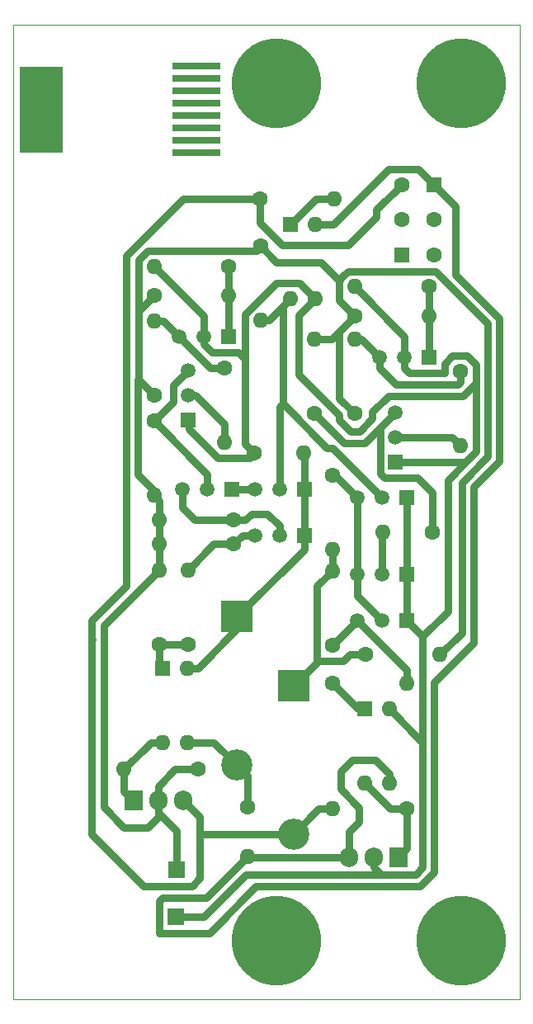
<source format=gbr>
%TF.GenerationSoftware,KiCad,Pcbnew,7.0.10-7.0.10~ubuntu22.04.1*%
%TF.CreationDate,2024-04-30T01:07:58+03:00*%
%TF.ProjectId,auto_cutoff_battery,6175746f-5f63-4757-946f-66665f626174,rev?*%
%TF.SameCoordinates,Original*%
%TF.FileFunction,Copper,L1,Top*%
%TF.FilePolarity,Positive*%
%FSLAX46Y46*%
G04 Gerber Fmt 4.6, Leading zero omitted, Abs format (unit mm)*
G04 Created by KiCad (PCBNEW 7.0.10-7.0.10~ubuntu22.04.1) date 2024-04-30 01:07:58*
%MOMM*%
%LPD*%
G01*
G04 APERTURE LIST*
G04 Aperture macros list*
%AMRoundRect*0 ,Rectangle with rounded corners *0 ,$1 Rounding radius *0 ,$2 $3 $4 $5 $6 $7 $8 $9 X,Y pos of 4 corners *0 ,Add a 4 corners polygon primitive as box body *4,1,4,0.55,0.55,-0.55,0.55,
-0.55,-0.55,
0.55,-0.55,
0.55,0.55,0.0*0 ,Add four circle primitives for the rounded corners *1,1,0.5,0.55,0.55*1,1,0.5,-0.55,0.55*1,1,0.5,-0.55,-0.55*1,1,0.5,0.55,-0.55*0 ,Add four rect primitives between the rounded corners *20,1,0.5,0.55,0.55,-0.55,0.55,0.0*20,1,0.5,-0.55,0.55,-0.55,-0.55,0.0*20,1,0.5,-0.55,-0.55,0.55,-0.55,0.0*20,1,0.5,0.55,-0.55,0.55,0.55,0.0*%
G04 Aperture macros list end*
%TA.AperFunction,ComponentPad*%
%ADD10R,1.5X1.5*%
%TD*%
%TA.AperFunction,ComponentPad*%
%ADD11C,1.5*%
%TD*%
%TA.AperFunction,ComponentPad*%
%ADD12O,3.2X3.2*%
%TD*%
%TA.AperFunction,ComponentPad*%
%ADD13R,3.2X3.2*%
%TD*%
%TA.AperFunction,ComponentPad*%
%ADD14O,1.6X1.6*%
%TD*%
%TA.AperFunction,ComponentPad*%
%ADD15C,1.6*%
%TD*%
%TA.AperFunction,ComponentPad*%
%ADD16R,1.7X1.7*%
%TD*%
%TA.AperFunction,ComponentPad*%
%ADD17C,9.2*%
%TD*%
%TA.AperFunction,ComponentPad*%
%ADD18O,1.905X2*%
%TD*%
%TA.AperFunction,ComponentPad*%
%ADD19R,1.905X2*%
%TD*%
%TA.AperFunction,ComponentPad*%
%ADD20R,1.6X1.6*%
%TD*%
%TA.AperFunction,ComponentPad*%
%ADD21RoundRect,-0.55X0.25*%
%TD*%
%TA.AperFunction,ComponentPad*%
%ADD22RoundRect,0.55X0.25*%
%TD*%
%TA.AperFunction,SMDPad,CuDef*%
%ADD23R,5X0.76*%
%TD*%
%TA.AperFunction,SMDPad,CuDef*%
%ADD24R,4.5X8.8*%
%TD*%
%TA.AperFunction,Conductor*%
%ADD25C,0.8*%
%TD*%
%TA.AperFunction,Profile*%
%ADD26C,0.1*%
%TD*%
G04 APERTURE END LIST*
D10*
X41223600Y57105600D03*
D11*
X41223600Y59645600D03*
X41223600Y62185600D03*
D12*
X24951300Y26001550D03*
D13*
X24951300Y41241550D03*
D14*
X17004600Y48682000D03*
D15*
X24624600Y48682000D03*
D14*
X32933200Y69704000D03*
D15*
X32933200Y62084000D03*
D10*
X44698000Y67818800D03*
D11*
X42158000Y67818800D03*
X39618000Y67818800D03*
D15*
X47878400Y66452800D03*
D14*
X47878400Y58832800D03*
D15*
X16459800Y74197200D03*
D14*
X24079800Y74197200D03*
D10*
X24139800Y69952200D03*
D11*
X21599800Y69952200D03*
X19059800Y69952200D03*
D15*
X16464800Y61322200D03*
D14*
X16464800Y53702200D03*
D16*
X18679300Y10443750D03*
D15*
X44668000Y75098800D03*
D14*
X37048000Y75098800D03*
D17*
X29000000Y8000000D03*
D15*
X34772000Y55734000D03*
D14*
X34772000Y48114000D03*
X13370100Y25569750D03*
D15*
X20990100Y25569750D03*
D17*
X48000000Y8000000D03*
D15*
X23674800Y66782200D03*
D14*
X23674800Y59162200D03*
D15*
X34762800Y34429200D03*
D14*
X42382800Y34429200D03*
D18*
X19405100Y22394750D03*
X16865100Y22394750D03*
D19*
X14325100Y22394750D03*
D14*
X26005100Y16604750D03*
D15*
X26005100Y21684750D03*
D10*
X19964800Y61407200D03*
D11*
X19964800Y63947200D03*
X19964800Y66487200D03*
D15*
X24649800Y51139800D03*
D14*
X17029800Y51139800D03*
D15*
X37066000Y62066300D03*
D14*
X37066000Y69686300D03*
X30458800Y73881200D03*
X32998800Y73881200D03*
X32998800Y81501200D03*
D20*
X30458800Y81501200D03*
D11*
X19371400Y54308400D03*
X21911400Y54308400D03*
D10*
X24451400Y54308400D03*
D11*
X26796400Y54308400D03*
X29336400Y54308400D03*
D10*
X31876400Y54308400D03*
D19*
X41527800Y16564200D03*
D18*
X38987800Y16564200D03*
X36447800Y16564200D03*
D10*
X42362800Y40849200D03*
D11*
X39822800Y40849200D03*
X37282800Y40849200D03*
D17*
X48000000Y96000000D03*
X29000000Y96000000D03*
D20*
X38032800Y31779200D03*
D14*
X40572800Y31779200D03*
X40572800Y24159200D03*
X38032800Y24159200D03*
D15*
X44982800Y49899200D03*
D14*
X39902800Y49899200D03*
D11*
X26771400Y49558400D03*
X29311400Y49558400D03*
D10*
X31851400Y49558400D03*
D15*
X16449800Y63977200D03*
D14*
X16449800Y71597200D03*
X34924400Y84131200D03*
D15*
X27304400Y84131200D03*
D10*
X42417800Y53424200D03*
D11*
X39877800Y53424200D03*
X37337800Y53424200D03*
D15*
X45186000Y78390800D03*
X45186000Y81990800D03*
D21*
X45186000Y85590800D03*
D15*
X37058000Y72073800D03*
D14*
X44678000Y72073800D03*
X17345100Y28359750D03*
X19885100Y28359750D03*
X19885100Y35979750D03*
D20*
X17345100Y35979750D03*
D13*
X30790800Y34188200D03*
D12*
X30790800Y18948200D03*
D14*
X31825600Y58020000D03*
D15*
X26745600Y58020000D03*
X34746200Y38349000D03*
D14*
X34746200Y45969000D03*
D15*
X42407800Y21504200D03*
D14*
X34787800Y21504200D03*
D15*
X41884000Y85590800D03*
X41884000Y81990800D03*
D22*
X41884000Y78390800D03*
D14*
X19972900Y46040550D03*
D15*
X19972900Y38420550D03*
D14*
X27406000Y71634400D03*
D15*
X27406000Y79254400D03*
D10*
X42362800Y45599200D03*
D11*
X39822800Y45599200D03*
X37282800Y45599200D03*
D15*
X38156800Y37363200D03*
D14*
X45776800Y37363200D03*
D15*
X24084800Y77197200D03*
D14*
X16464800Y77197200D03*
D16*
X18730100Y15269750D03*
D14*
X16972900Y46040550D03*
D15*
X16972900Y38420550D03*
D23*
X20818800Y88830200D03*
X20818800Y90100200D03*
X20818800Y91370200D03*
X20818800Y92640200D03*
X20818800Y93910200D03*
X20818800Y95180200D03*
X20818800Y96450200D03*
X20818800Y97720200D03*
D24*
X4888800Y93275200D03*
D25*
X19439000Y84131200D02*
X14602060Y79294260D01*
X27304400Y84131200D02*
X19439000Y84131200D01*
X13609800Y78302000D02*
X15305000Y79997200D01*
X13609800Y56851600D02*
X13609800Y78302000D01*
X10066900Y40831610D02*
X13609800Y44374510D01*
X13609800Y44374510D02*
X13609800Y56851600D01*
X10066900Y38881000D02*
X10066900Y40831610D01*
X45186000Y85590800D02*
X47389000Y83387800D01*
X26005100Y16604750D02*
X21820100Y12419750D01*
X21820100Y12419750D02*
X17355300Y12419750D01*
X17355300Y12419750D02*
X17029300Y12093750D01*
X51878400Y57175950D02*
X51878400Y71848200D01*
X17029300Y12093750D02*
X17029300Y8793750D01*
X17029300Y8793750D02*
X22157000Y8793750D01*
X22157000Y8793750D02*
X26927450Y13564200D01*
X26927450Y13564200D02*
X43777360Y13564200D01*
X43777360Y13564200D02*
X45207800Y14994640D01*
X49229500Y38553160D02*
X49229500Y54527050D01*
X45207800Y14994640D02*
X45207800Y34531460D01*
X49229500Y54527050D02*
X51878400Y57175950D01*
X45207800Y34531460D02*
X49229500Y38553160D01*
X51878400Y71848200D02*
X47389000Y76337600D01*
X47389000Y76337600D02*
X47389000Y83387800D01*
X21911400Y54308400D02*
X21911400Y55875600D01*
X21911400Y55875600D02*
X16464800Y61322200D01*
X14863500Y72600900D02*
X14863500Y77858640D01*
X14863500Y77858640D02*
X15802060Y78797200D01*
X15802060Y78797200D02*
X26948800Y78797200D01*
X26948800Y78797200D02*
X27406000Y79254400D01*
X25806000Y58959600D02*
X25806000Y67672000D01*
X25080800Y68397200D02*
X25806000Y67672000D01*
X25806000Y67672000D02*
X25806000Y72297140D01*
X21599800Y69952200D02*
X21599800Y69202200D01*
X21599800Y69202200D02*
X22404800Y68397200D01*
X22404800Y68397200D02*
X25080800Y68397200D01*
X20049800Y61792200D02*
X20049800Y60531570D01*
X20049800Y60531570D02*
X23034170Y57547200D01*
X23034170Y57547200D02*
X26272800Y57547200D01*
X26272800Y57547200D02*
X26745600Y58020000D01*
X17029800Y51139800D02*
X17029800Y53137200D01*
X17029800Y53137200D02*
X16464800Y53702200D01*
X26745600Y58020000D02*
X25806000Y58959600D01*
X25806000Y72297140D02*
X29005060Y75496200D01*
X29005060Y75496200D02*
X31383800Y75496200D01*
X29336400Y54308400D02*
X29336400Y62773260D01*
X29336400Y62773260D02*
X29658800Y63095660D01*
X31876400Y54308400D02*
X31876400Y57969200D01*
X31876400Y57969200D02*
X31825600Y58020000D01*
X24624600Y48682000D02*
X22614350Y48682000D01*
X22614350Y48682000D02*
X19972900Y46040550D01*
X31851400Y49558400D02*
X31851400Y48141650D01*
X31851400Y48141650D02*
X24951300Y41241550D01*
X21157600Y18940350D02*
X21157600Y14397250D01*
X21157600Y14397250D02*
X20380100Y13619750D01*
X10066900Y18889550D02*
X10066900Y38881000D01*
X20380100Y13619750D02*
X15336700Y13619750D01*
X15336700Y13619750D02*
X10066900Y18889550D01*
X10066900Y38881000D02*
X10105100Y38919200D01*
X11305100Y24306150D02*
X11305100Y40372750D01*
X11305100Y40372750D02*
X16972900Y46040550D01*
X16972900Y46040550D02*
X16972900Y48650300D01*
X16972900Y48650300D02*
X17004600Y48682000D01*
X17004600Y48682000D02*
X17004600Y51114600D01*
X17004600Y51114600D02*
X17029800Y51139800D01*
X21157600Y10443750D02*
X18679300Y10443750D01*
X35406600Y14764200D02*
X25861610Y14764200D01*
X25861610Y14764200D02*
X21541160Y10443750D01*
X21541160Y10443750D02*
X21157600Y10443750D01*
X33860600Y16564200D02*
X33844600Y16548200D01*
X33844600Y16548200D02*
X26061650Y16548200D01*
X26061650Y16548200D02*
X26005100Y16604750D01*
X21157600Y18940350D02*
X28712350Y18940350D01*
X28712350Y18940350D02*
X28720200Y18948200D01*
X28720200Y18948200D02*
X30790800Y18948200D01*
X35406600Y14764200D02*
X35381600Y14789200D01*
X39775300Y14764200D02*
X35406600Y14764200D01*
X36447800Y16564200D02*
X33860600Y16564200D01*
X36431800Y16548200D02*
X36447800Y16564200D01*
X38987800Y16564200D02*
X38987800Y15551700D01*
X38987800Y15551700D02*
X39775300Y14764200D01*
X34752000Y58550000D02*
X34752000Y58568140D01*
X39877800Y53424200D02*
X34752000Y58550000D01*
X34752000Y58568140D02*
X34186310Y58568140D01*
X34186310Y58568140D02*
X29658800Y63095660D01*
X29658800Y63095660D02*
X29658800Y73081200D01*
X29658800Y73081200D02*
X30458800Y73881200D01*
X34772000Y55734000D02*
X35028000Y55734000D01*
X35028000Y55734000D02*
X37337800Y53424200D01*
X30790800Y34188200D02*
X32810100Y36207500D01*
X32810100Y36207500D02*
X33330800Y36728200D01*
X34746200Y45969000D02*
X33146200Y44369000D01*
X33146200Y44369000D02*
X33146200Y36543600D01*
X33146200Y36543600D02*
X32810100Y36207500D01*
X34746200Y45969000D02*
X34746200Y48088200D01*
X34746200Y48088200D02*
X34772000Y48114000D01*
X34746200Y38349000D02*
X34782600Y38349000D01*
X34782600Y38349000D02*
X37282800Y40849200D01*
X32933200Y62084000D02*
X35952000Y59065200D01*
X35952000Y59065200D02*
X38103200Y59065200D01*
X38103200Y59065200D02*
X39673600Y60635600D01*
X40135800Y55490000D02*
X39673600Y55952200D01*
X39673600Y55952200D02*
X39673600Y60635600D01*
X39673600Y60635600D02*
X41223600Y62185600D01*
X34848800Y81501200D02*
X40538400Y87190800D01*
X40538400Y87190800D02*
X43586000Y87190800D01*
X36397600Y79356000D02*
X39293200Y82251600D01*
X29590400Y79356000D02*
X36397600Y79356000D01*
X29059140Y79864000D02*
X29082400Y79864000D01*
X29082400Y79864000D02*
X29590400Y79356000D01*
X39293200Y83000000D02*
X41884000Y85590800D01*
X39293200Y82251600D02*
X39293200Y83000000D01*
X29031600Y77628800D02*
X33584000Y77628800D01*
X33584000Y77628800D02*
X35448000Y75764800D01*
X49478400Y65853200D02*
X49478400Y65224370D01*
X38872000Y62233630D02*
X38872000Y61554860D01*
X49478400Y65224370D02*
X48109830Y63855800D01*
X48109830Y63855800D02*
X40494170Y63855800D01*
X31333200Y72215600D02*
X32998800Y73881200D01*
X40494170Y63855800D02*
X38872000Y62233630D01*
X35466000Y61969240D02*
X31333200Y66102040D01*
X38872000Y61554860D02*
X37582340Y60265200D01*
X37582340Y60265200D02*
X36604360Y60265200D01*
X36604360Y60265200D02*
X35466000Y61403560D01*
X35466000Y61403560D02*
X35466000Y61969240D01*
X31333200Y66102040D02*
X31333200Y72215600D01*
X16459800Y74197200D02*
X14863500Y72600900D01*
X14863500Y72600900D02*
X14849800Y72587200D01*
X27406000Y71634400D02*
X28212000Y71634400D01*
X28212000Y71634400D02*
X30458800Y73881200D01*
X36382000Y76698800D02*
X35889600Y76206400D01*
X35889600Y76206400D02*
X35448000Y75764800D01*
X27406000Y79254400D02*
X29031600Y77628800D01*
X43586000Y87190800D02*
X45186000Y85590800D01*
X27304400Y84131200D02*
X27304400Y81618740D01*
X27304400Y81618740D02*
X29059140Y79864000D01*
X34924400Y84131200D02*
X33088800Y84131200D01*
X33088800Y84131200D02*
X30458800Y81501200D01*
X50678400Y57673000D02*
X48029500Y55024100D01*
X50678400Y71351140D02*
X50678400Y57673000D01*
X48029500Y55024100D02*
X48029500Y39615900D01*
X48029500Y39615900D02*
X45776800Y37363200D01*
X44007800Y39204200D02*
X46582800Y41779200D01*
X46582800Y41779200D02*
X46582800Y55274460D01*
X46582800Y55274460D02*
X48857370Y57549030D01*
X50678400Y71351140D02*
X45330740Y76698800D01*
X45330740Y76698800D02*
X36382000Y76698800D01*
X35448000Y75764800D02*
X35448000Y73683800D01*
X35448000Y73683800D02*
X37058000Y72073800D01*
X40135800Y55490000D02*
X43452000Y55490000D01*
X43452000Y55490000D02*
X44982800Y53959200D01*
X44982800Y53959200D02*
X44982800Y49899200D01*
X35466000Y70481800D02*
X34688200Y69704000D01*
X34688200Y69704000D02*
X32933200Y69704000D01*
X39877800Y53424200D02*
X39877800Y53606940D01*
X35466000Y70481800D02*
X35466000Y64176800D01*
X35466000Y64176800D02*
X35466000Y63666300D01*
X35466000Y64590400D02*
X35466000Y64176800D01*
X49478400Y58170060D02*
X48413940Y57105600D01*
X49478400Y67115540D02*
X49478400Y65853200D01*
X49478400Y65853200D02*
X49478400Y58170060D01*
X48413940Y57105600D02*
X41223600Y57105600D01*
X41223600Y59645600D02*
X47065600Y59645600D01*
X47065600Y59645600D02*
X47878400Y58832800D01*
X41223600Y62185600D02*
X41199800Y62185600D01*
X46248000Y67214800D02*
X47086000Y68052800D01*
X47086000Y68052800D02*
X48541140Y68052800D01*
X48541140Y68052800D02*
X49478400Y67115540D01*
X46248000Y66268800D02*
X46248000Y67214800D01*
X39618000Y67818800D02*
X39618000Y66758140D01*
X41320340Y65055800D02*
X47612770Y65055800D01*
X39618000Y66758140D02*
X41320340Y65055800D01*
X47612770Y65055800D02*
X47878400Y65321430D01*
X47878400Y65321430D02*
X47878400Y66452800D01*
X46235000Y66255800D02*
X46248000Y66268800D01*
X44870740Y66255800D02*
X46235000Y66255800D01*
X16972900Y38420550D02*
X16972900Y36351950D01*
X16972900Y36351950D02*
X17345100Y35979750D01*
X21157600Y20689750D02*
X21157600Y18940350D01*
X11305100Y24306150D02*
X11286100Y24325150D01*
X11305100Y21694750D02*
X11305100Y24306150D01*
X13380100Y19619750D02*
X15795100Y19619750D01*
X16865100Y20689750D02*
X16865100Y22394750D01*
X15795100Y19619750D02*
X16865100Y20689750D01*
X19452600Y22394750D02*
X21157600Y20689750D01*
X19405100Y22394750D02*
X19452600Y22394750D01*
X16865100Y21115750D02*
X18730100Y19250750D01*
X18730100Y19250750D02*
X18730100Y15269750D01*
X26005100Y21684750D02*
X26005100Y24947750D01*
X26005100Y24947750D02*
X24951300Y26001550D01*
X20940100Y35979750D02*
X24951300Y39990950D01*
X24951300Y39990950D02*
X24951300Y41241550D01*
X19885100Y28359750D02*
X22593100Y28359750D01*
X22593100Y28359750D02*
X24951300Y26001550D01*
X19371400Y54308400D02*
X19371400Y52411200D01*
X20642800Y51139800D02*
X24649800Y51139800D01*
X19371400Y52411200D02*
X20642800Y51139800D01*
X29311400Y49558400D02*
X29311400Y50548400D01*
X28101400Y51758400D02*
X26431000Y51758400D01*
X26431000Y51758400D02*
X25812400Y51139800D01*
X29311400Y50548400D02*
X28101400Y51758400D01*
X25812400Y51139800D02*
X24649800Y51139800D01*
X26771400Y49558400D02*
X25501000Y49558400D01*
X25501000Y49558400D02*
X24624600Y48682000D01*
X16865100Y22394750D02*
X16865100Y21115750D01*
X42660340Y66255800D02*
X44870740Y66255800D01*
X14809800Y55802200D02*
X14809800Y65537200D01*
X14809800Y65537200D02*
X14849800Y65577200D01*
X19964800Y66487200D02*
X18414800Y64937200D01*
X18414800Y64937200D02*
X18414800Y63272200D01*
X18414800Y63272200D02*
X16464800Y61322200D01*
X14849800Y72587200D02*
X14849800Y65577200D01*
X42158000Y67818800D02*
X42158000Y66758140D01*
X42158000Y66758140D02*
X42660340Y66255800D01*
X37058000Y72073800D02*
X35466000Y70481800D01*
X35466000Y63666300D02*
X37066000Y62066300D01*
X37066000Y69686300D02*
X37750500Y69686300D01*
X37750500Y69686300D02*
X39618000Y67818800D01*
X33330800Y36728200D02*
X35870800Y36728200D01*
X35870800Y36728200D02*
X36505800Y37363200D01*
X36505800Y37363200D02*
X38156800Y37363200D01*
X37282800Y40849200D02*
X42382800Y35749200D01*
X42382800Y35749200D02*
X42382800Y34429200D01*
X44007800Y28344200D02*
X44007800Y39204200D01*
X44007800Y39204200D02*
X42362800Y40849200D01*
X34787800Y21504200D02*
X33346800Y21504200D01*
X33346800Y21504200D02*
X30790800Y18948200D01*
X40572800Y31779200D02*
X44007800Y28344200D01*
X44007800Y28344200D02*
X44007800Y15491700D01*
X44007800Y15491700D02*
X43280300Y14764200D01*
X43280300Y14764200D02*
X39775300Y14764200D01*
X14849800Y65577200D02*
X16449800Y63977200D01*
X20990100Y25569750D02*
X18630100Y25569750D01*
X16865100Y23804750D02*
X16865100Y22394750D01*
X18630100Y25569750D02*
X16865100Y23804750D01*
X13380100Y19619750D02*
X11305100Y21694750D01*
X34746200Y48089000D02*
X34721200Y48114000D01*
X14809800Y55802200D02*
X16409800Y54202200D01*
X42362800Y53369200D02*
X42417800Y53424200D01*
X31851400Y54283400D02*
X31876400Y54308400D01*
X32998800Y73881200D02*
X31383800Y75496200D01*
X42158000Y67818800D02*
X42158000Y69988800D01*
X21599800Y69952200D02*
X21599800Y72062200D01*
X21599800Y72062200D02*
X16464800Y77197200D01*
X42362800Y45599200D02*
X42362800Y53369200D01*
X31851400Y49558400D02*
X31851400Y54283400D01*
X20940100Y35979750D02*
X19885100Y35979750D01*
X42362800Y45599200D02*
X42362800Y40849200D01*
X42158000Y69988800D02*
X37048000Y75098800D01*
X36447800Y19154200D02*
X36447800Y16564200D01*
X40572800Y25129200D02*
X39147800Y26554200D01*
X39147800Y26554200D02*
X36797800Y26554200D01*
X40572800Y24159200D02*
X40572800Y25129200D01*
X37472800Y21654200D02*
X37472800Y20179200D01*
X36797800Y26554200D02*
X35572800Y25329200D01*
X35572800Y23554200D02*
X37472800Y21654200D01*
X32998800Y81501200D02*
X34848800Y81501200D01*
X35572800Y25329200D02*
X35572800Y23554200D01*
X37472800Y20179200D02*
X36447800Y19154200D01*
X42407800Y21504200D02*
X40687800Y21504200D01*
X42407800Y17444200D02*
X41527800Y16564200D01*
X42407800Y21504200D02*
X42407800Y17444200D01*
X40687800Y21504200D02*
X38032800Y24159200D01*
X13370100Y23349750D02*
X14325100Y22394750D01*
X13370100Y25569750D02*
X13370100Y23349750D01*
X17345100Y28359750D02*
X16160100Y28359750D01*
X16160100Y28359750D02*
X13370100Y25569750D01*
X17320100Y28384750D02*
X17345100Y28359750D01*
X20714800Y63947200D02*
X23674800Y60987200D01*
X23674800Y60987200D02*
X23674800Y59162200D01*
X19964800Y63947200D02*
X20714800Y63947200D01*
X16972900Y38420550D02*
X19972900Y38420550D01*
X37412800Y31779200D02*
X34762800Y34429200D01*
X38032800Y31779200D02*
X37412800Y31779200D01*
X37232800Y40899200D02*
X37282800Y40849200D01*
X37282800Y53369200D02*
X37337800Y53424200D01*
X37282800Y45599200D02*
X37282800Y53369200D01*
X37282800Y43389200D02*
X39822800Y40849200D01*
X37282800Y43389200D02*
X37282800Y45599200D01*
X39822800Y45599200D02*
X39822800Y49819200D01*
X39822800Y49819200D02*
X39902800Y49899200D01*
X24451400Y54308400D02*
X26796400Y54308400D01*
X16449800Y71597200D02*
X17414800Y71597200D01*
X19059800Y69952200D02*
X22229800Y66782200D01*
X22229800Y66782200D02*
X23674800Y66782200D01*
X17414800Y71597200D02*
X19059800Y69952200D01*
X24084800Y77197200D02*
X24084800Y74202200D01*
X24084800Y74202200D02*
X24079800Y74197200D01*
X24079800Y70012200D02*
X24139800Y69952200D01*
X24079800Y74197200D02*
X24079800Y70012200D01*
X44698000Y72053800D02*
X44678000Y72073800D01*
X44678000Y75088800D02*
X44668000Y75098800D01*
X44678000Y72073800D02*
X44678000Y75088800D01*
X44698000Y67818800D02*
X44698000Y72053800D01*
X30443800Y73896200D02*
X30458800Y73881200D01*
D26*
X2000000Y102000000D02*
X2000000Y2000000D01*
X54000000Y2000000D01*
X54000000Y102000000D01*
X2000000Y102000000D01*
M02*

</source>
